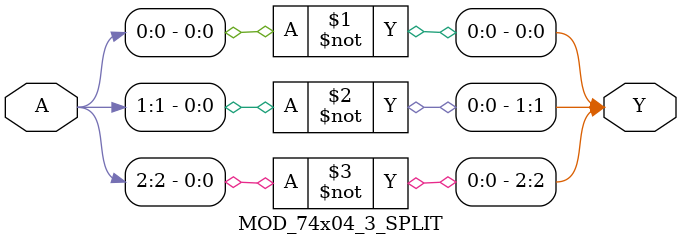
<source format=v>
module MOD_74x04_3 (
    input [2:0] A,
    output [2:0] Y);

assign Y = ~A;

endmodule

module MOD_74x04_3_SPLIT (
    input [2:0] A,
    output [2:0] Y);

assign Y[0] = ~A[0];
assign Y[1] = ~A[1];
assign Y[2] = ~A[2];

endmodule

</source>
